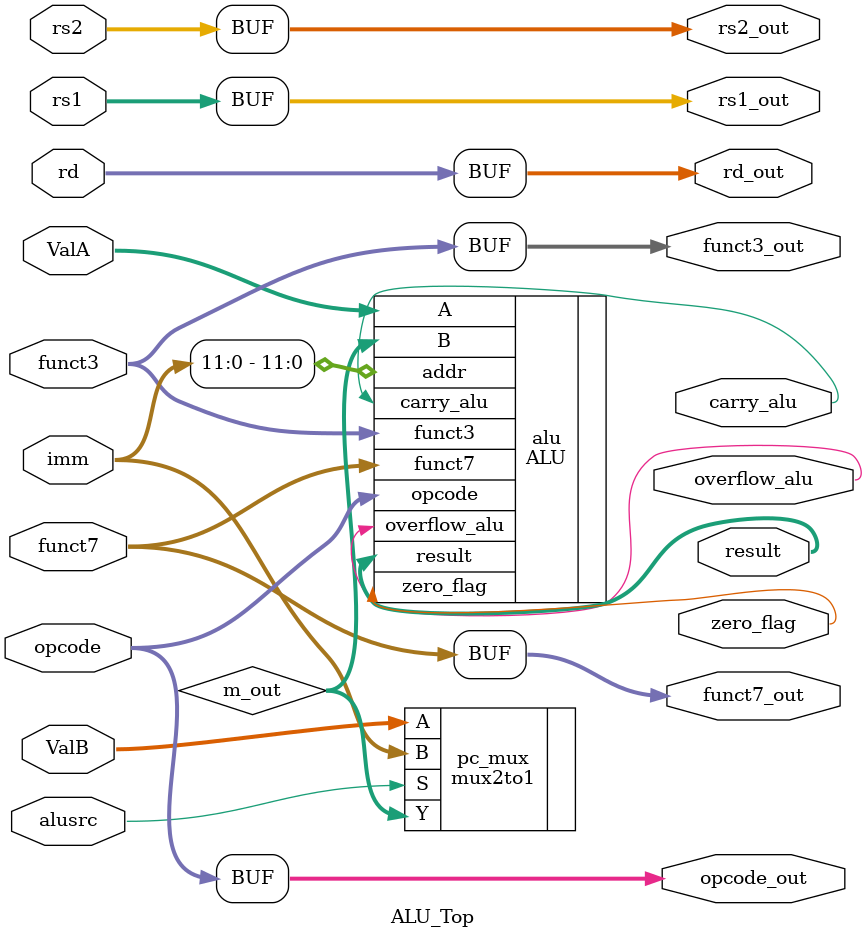
<source format=v>
`timescale 1ns / 1ps

`include "alu.v"

module ALU_Top (
   input [6:0] opcode,
    input [4:0] rs1,
   input [4:0] rs2,
    input[4:0] rd,
    input [2:0] funct3,
    input [6:0] funct7 ,
   input alusrc,
   input [63:0] imm,
   input signed [63:0] ValA, ValB,

   
    output signed [63:0] result,  
    output carry_alu,  
    output overflow_alu,
    output  [6:0] opcode_out,//new
    output  [4:0] rs1_out, rs2_out, rd_out,//new all
    output  [2:0] funct3_out,//new
    output  [6:0] funct7_out,  //new
  
    output zero_flag  
);
    wire [63:0] m_out;
    assign opcode_out=opcode;
    assign rs1_out=rs1;
    assign rs2_out=rs2;
    assign rd_out=rd;
    assign funct3_out=funct3;
    assign funct7_out=funct7;
    
    mux2to1 pc_mux (
        .Y(m_out),             // Output
        .A(ValB),     // PC+4 (when S=0)
        .B(imm),     // Branch target (when S=1)
        .S(alusrc)       // Select signal
    );
    
    

    // Instantiate ALU
    ALU alu (
        .funct7(funct7),  
        .funct3(funct3),  
        .opcode(opcode),  
        .A(ValA), 
        .B(m_out), 
        .addr(imm[11:0]),  
        .result(result),  
        .carry_alu(carry_alu),  
        .overflow_alu(overflow_alu),  
        .zero_flag(zero_flag)  
    );

   




endmodule
</source>
